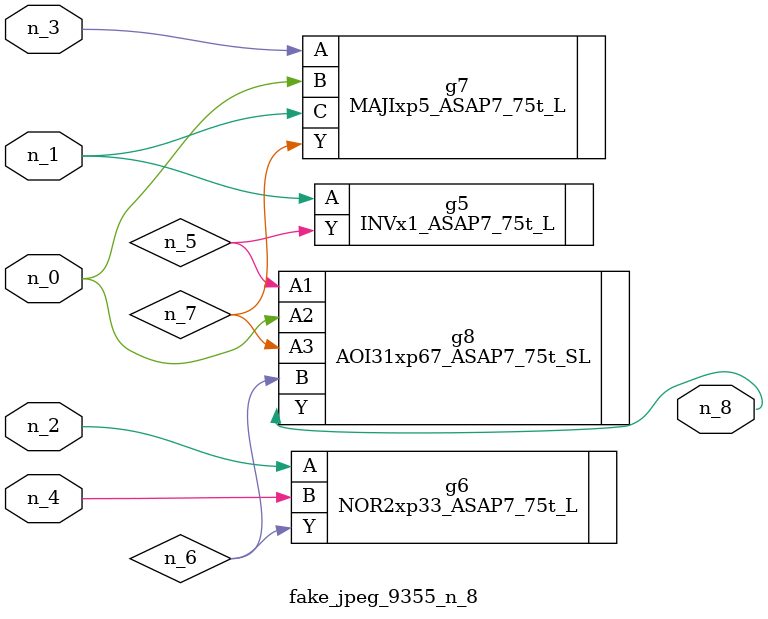
<source format=v>
module fake_jpeg_9355_n_8 (n_3, n_2, n_1, n_0, n_4, n_8);

input n_3;
input n_2;
input n_1;
input n_0;
input n_4;

output n_8;

wire n_6;
wire n_5;
wire n_7;

INVx1_ASAP7_75t_L g5 ( 
.A(n_1),
.Y(n_5)
);

NOR2xp33_ASAP7_75t_L g6 ( 
.A(n_2),
.B(n_4),
.Y(n_6)
);

MAJIxp5_ASAP7_75t_L g7 ( 
.A(n_3),
.B(n_0),
.C(n_1),
.Y(n_7)
);

AOI31xp67_ASAP7_75t_SL g8 ( 
.A1(n_5),
.A2(n_0),
.A3(n_7),
.B(n_6),
.Y(n_8)
);


endmodule
</source>
